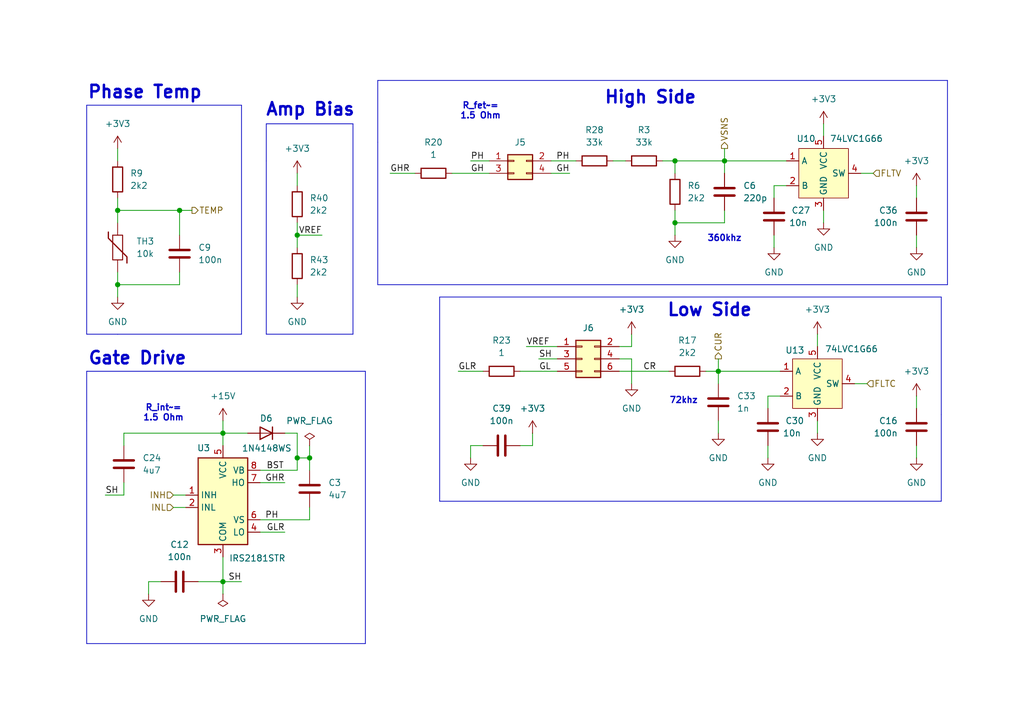
<source format=kicad_sch>
(kicad_sch (version 20250114) (generator "eeschema") (generator_version "9.0")
  (paper "A5")
  (lib_symbols
    (symbol "Connector_Generic:Conn_02x02_Odd_Even" (pin_names (offset 1.016) (hide yes))
      (property "Reference" "J" (at 1.27 2.54 0))
      (property "Value" "Conn_02x02_Odd_Even" (at 1.27 -5.08 0))
      (symbol "Conn_02x02_Odd_Even_1_1"
        (rectangle (start -1.27 1.27) (end 3.81 -3.81) (stroke (width 0.254)) (fill (type background)))
        (rectangle (start -1.27 0.127) (end 0 -0.127) (stroke (width 0.1524)))
        (rectangle (start -1.27 -2.413) (end 0 -2.667) (stroke (width 0.1524)))
        (rectangle (start 3.81 0.127) (end 2.54 -0.127) (stroke (width 0.1524)))
        (rectangle (start 3.81 -2.413) (end 2.54 -2.667) (stroke (width 0.1524)))
        (pin passive line (at -5.08 0 0) (length 3.81) (name "Pin_1") (number "1"))
        (pin passive line (at -5.08 -2.54 0) (length 3.81) (name "Pin_3") (number "3"))
        (pin passive line (at 7.62 0 180) (length 3.81) (name "Pin_2") (number "2"))
        (pin passive line (at 7.62 -2.54 180) (length 3.81) (name "Pin_4") (number "4"))
      )
    )
    (symbol "Connector_Generic:Conn_02x03_Odd_Even" (pin_names (offset 1.016) (hide yes))
      (property "Reference" "J" (at 1.27 5.08 0))
      (property "Value" "Conn_02x03_Odd_Even" (at 1.27 -5.08 0))
      (symbol "Conn_02x03_Odd_Even_1_1"
        (rectangle (start -1.27 3.81) (end 3.81 -3.81) (stroke (width 0.254)) (fill (type background)))
        (rectangle (start -1.27 2.667) (end 0 2.413) (stroke (width 0.1524)))
        (rectangle (start -1.27 0.127) (end 0 -0.127) (stroke (width 0.1524)))
        (rectangle (start -1.27 -2.413) (end 0 -2.667) (stroke (width 0.1524)))
        (rectangle (start 3.81 2.667) (end 2.54 2.413) (stroke (width 0.1524)))
        (rectangle (start 3.81 0.127) (end 2.54 -0.127) (stroke (width 0.1524)))
        (rectangle (start 3.81 -2.413) (end 2.54 -2.667) (stroke (width 0.1524)))
        (pin passive line (at -5.08 2.54 0) (length 3.81) (name "Pin_1") (number "1"))
        (pin passive line (at -5.08 0 0) (length 3.81) (name "Pin_3") (number "3"))
        (pin passive line (at -5.08 -2.54 0) (length 3.81) (name "Pin_5") (number "5"))
        (pin passive line (at 7.62 2.54 180) (length 3.81) (name "Pin_2") (number "2"))
        (pin passive line (at 7.62 0 180) (length 3.81) (name "Pin_4") (number "4"))
        (pin passive line (at 7.62 -2.54 180) (length 3.81) (name "Pin_6") (number "6"))
      )
    )
    (symbol "Device:C" (pin_numbers (hide yes)) (pin_names (offset 0.254))
      (property "Reference" "C" (at 0.635 2.54 0))
      (property "Value" "C" (at 0.635 -2.54 0))
      (symbol "C_0_1"
        (polyline (pts (xy -2.032 0.762) (xy 2.032 0.762)) (stroke (width 0.508)))
        (polyline (pts (xy -2.032 -0.762) (xy 2.032 -0.762)) (stroke (width 0.508)))
      )
      (symbol "C_1_1"
        (pin passive line (at 0 3.81 270) (length 2.794) (name "~") (number "1"))
        (pin passive line (at 0 -3.81 90) (length 2.794) (name "~") (number "2"))
      )
    )
    (symbol "Device:R" (pin_numbers (hide yes)) (pin_names (offset 0))
      (property "Reference" "R" (at 2.032 0 90))
      (property "Value" "R" (at 0 0 90))
      (symbol "R_0_1"
        (rectangle (start -1.016 -2.54) (end 1.016 2.54) (stroke (width 0.254)))
      )
      (symbol "R_1_1"
        (pin passive line (at 0 3.81 270) (length 1.27) (name "~") (number "1"))
        (pin passive line (at 0 -3.81 90) (length 1.27) (name "~") (number "2"))
      )
    )
    (symbol "Device:Thermistor" (pin_numbers (hide yes)) (pin_names (offset 0))
      (property "Reference" "TH" (at 2.54 1.27 90))
      (property "Value" "Thermistor" (at -2.54 0 90))
      (symbol "Thermistor_0_1"
        (polyline (pts (xy -1.905 3.175) (xy -1.905 1.905) (xy 1.905 -1.905) (xy 1.905 -3.175) (xy 1.905 -3.175)) (stroke (width 0.254)))
        (rectangle (start -1.016 2.54) (end 1.016 -2.54) (stroke (width 0.2032)))
      )
      (symbol "Thermistor_1_1"
        (pin passive line (at 0 5.08 270) (length 2.54) (name "~") (number "1"))
        (pin passive line (at 0 -5.08 90) (length 2.54) (name "~") (number "2"))
      )
    )
    (symbol "Diode:1N4148WS" (pin_numbers (hide yes)) (pin_names (hide yes))
      (property "Reference" "D" (at 0 2.54 0))
      (property "Value" "1N4148WS" (at 0 -2.54 0))
      (symbol "1N4148WS_0_1"
        (polyline (pts (xy -1.27 1.27) (xy -1.27 -1.27)) (stroke (width 0.254)))
        (polyline (pts (xy 1.27 1.27) (xy 1.27 -1.27) (xy -1.27 0) (xy 1.27 1.27)) (stroke (width 0.254)))
        (polyline (pts (xy 1.27 0) (xy -1.27 0)))
      )
      (symbol "1N4148WS_1_1"
        (pin passive line (at -3.81 0 0) (length 2.54) (name "K") (number "1"))
        (pin passive line (at 3.81 0 180) (length 2.54) (name "A") (number "2"))
      )
    )
    (symbol "User_Symbols:74LVC1G66"
      (property "Reference" "U" (at -4.064 7.112 0))
      (property "Value" "74LVC1G66" (at 6.604 7.112 0))
      (symbol "74LVC1G66_1_1"
        (rectangle (start -5.08 5.08) (end 5.08 -5.08) (fill (type background)))
        (pin input line (at -7.62 0 0) (length 2.54) (name "SW") (number "4"))
        (pin power_in line (at 0 7.62 270) (length 2.54) (name "VCC") (number "5"))
        (pin power_in line (at 0 -7.62 90) (length 2.54) (name "GND") (number "3"))
        (pin bidirectional line (at 7.62 2.54 180) (length 2.54) (name "A") (number "1"))
        (pin bidirectional line (at 7.62 -2.54 180) (length 2.54) (name "B") (number "2"))
      )
    )
    (symbol "User_Symbols:IRS2181STR"
      (property "Reference" "U" (at 0.762 19.558 0))
      (property "Value" "IRS2181STR" (at 13.208 19.304 0))
      (symbol "IRS2181STR_0_1"
        (rectangle (start 0 17.78) (end 10.16 0) (stroke (width 0.254)) (fill (type background)))
      )
      (symbol "IRS2181STR_1_1"
        (pin input line (at -2.54 10.16 0) (length 2.54) (name "INH") (number "1"))
        (pin input line (at -2.54 7.62 0) (length 2.54) (name "INL") (number "2"))
        (pin power_in line (at 5.08 20.32 270) (length 2.54) (name "VCC") (number "5"))
        (pin power_in line (at 5.08 -2.54 90) (length 2.54) (name "COM") (number "3"))
        (pin power_in line (at 12.7 15.24 180) (length 2.54) (name "VB") (number "8"))
        (pin output line (at 12.7 12.7 180) (length 2.54) (name "HO") (number "7"))
        (pin passive line (at 12.7 5.08 180) (length 2.54) (name "VS") (number "6"))
        (pin output line (at 12.7 2.54 180) (length 2.54) (name "LO") (number "4"))
      )
    )
    (symbol "power:+15V" (power) (pin_numbers (hide yes)) (pin_names (offset 0) (hide yes))
      (property "Value" "+15V" (at 0 3.556 0))
      (symbol "+15V_0_1"
        (polyline (pts (xy -0.762 1.27) (xy 0 2.54)))
        (polyline (pts (xy 0 2.54) (xy 0.762 1.27)))
        (polyline (pts (xy 0 0) (xy 0 2.54)))
      )
      (symbol "+15V_1_1"
        (pin power_in line (at 0 0 90) (length 0) (name "~") (number "1"))
      )
    )
    (symbol "power:+3V3" (power) (pin_numbers (hide yes)) (pin_names (offset 0) (hide yes))
      (property "Value" "+3V3" (at 0 3.556 0))
      (symbol "+3V3_0_1"
        (polyline (pts (xy -0.762 1.27) (xy 0 2.54)))
        (polyline (pts (xy 0 2.54) (xy 0.762 1.27)))
        (polyline (pts (xy 0 0) (xy 0 2.54)))
      )
      (symbol "+3V3_1_1"
        (pin power_in line (at 0 0 90) (length 0) (name "~") (number "1"))
      )
    )
    (symbol "power:GND" (power) (pin_numbers (hide yes)) (pin_names (offset 0) (hide yes))
      (property "Value" "GND" (at 0 -3.81 0))
      (symbol "GND_0_1"
        (polyline (pts (xy 0 0) (xy 0 -1.27) (xy 1.27 -1.27) (xy 0 -2.54) (xy -1.27 -1.27) (xy 0 -1.27)))
      )
      (symbol "GND_1_1"
        (pin power_in line (at 0 0 270) (length 0) (name "~") (number "1"))
      )
    )
    (symbol "power:PWR_FLAG" (power) (pin_numbers (hide yes)) (pin_names (offset 0) (hide yes))
      (property "Value" "PWR_FLAG" (at 0 3.81 0))
      (symbol "PWR_FLAG_0_0"
        (pin power_out line (at 0 0 90) (length 0) (name "~") (number "1"))
      )
      (symbol "PWR_FLAG_0_1"
        (polyline (pts (xy 0 0) (xy 0 1.27) (xy -1.016 1.905) (xy 0 2.54) (xy 1.016 1.905) (xy 0 1.27)))
      )
    )
  )
  (text "Low Side" (at 145.542 63.754 0) (effects (font (size 2.54 2.54) (thickness 0.508) (bold yes))))
  (text "R_fet~=\n1.5 Ohm" (at 98.552 22.86 0) (effects (font (size 1.27 1.27) (thickness 0.254) (bold yes))))
  (text "Amp Bias" (at 63.6511 22.6017 0) (effects (font (size 2.54 2.54) (thickness 0.508) (bold yes))))
  (text "R_int~=\n1.5 Ohm" (at 33.528 84.836 0) (effects (font (size 1.27 1.27) (thickness 0.254) (bold yes))))
  (text "Gate Drive" (at 28.194 73.66 0) (effects (font (size 2.54 2.54) (thickness 0.508) (bold yes))))
  (text "Phase Temp" (at 29.718 19.05 0) (effects (font (size 2.54 2.54) (thickness 0.508) (bold yes))))
  (text "72khz" (at 140.208 82.296 0) (effects (font (size 1.27 1.27) (thickness 0.254) (bold yes))))
  (text "360khz" (at 148.59 49.022 0) (effects (font (size 1.27 1.27) (thickness 0.254) (bold yes))))
  (text "High Side" (at 133.4024 20.112 0) (effects (font (size 2.54 2.54) (thickness 0.508) (bold yes))))
  (junction (at 138.43 33.02))
  (junction (at 45.72 119.38))
  (junction (at 60.96 48.26))
  (junction (at 60.96 93.98))
  (junction (at 36.83 43.18))
  (junction (at 148.59 33.02))
  (junction (at 24.13 43.18))
  (junction (at 24.13 58.42))
  (junction (at 147.32 76.2))
  (junction (at 138.43 45.72))
  (junction (at 45.72 88.9))
  (junction (at 63.5 93.98))
  (wire (pts (xy 113.03 35.56) (xy 116.84 35.56)))
  (wire (pts (xy 158.75 38.1) (xy 158.75 40.64)))
  (polyline (pts (xy 54.61 68.58) (xy 72.39 68.58)))
  (wire (pts (xy 60.96 96.52) (xy 53.34 96.52)))
  (wire (pts (xy 60.96 48.26) (xy 66.04 48.26)))
  (wire (pts (xy 30.48 119.38) (xy 33.02 119.38)))
  (wire (pts (xy 63.5 106.68) (xy 63.5 104.14)))
  (wire (pts (xy 187.96 91.44) (xy 187.96 93.98)))
  (wire (pts (xy 129.54 71.12) (xy 127 71.12)))
  (wire (pts (xy 107.95 71.12) (xy 114.3 71.12)))
  (wire (pts (xy 35.56 104.14) (xy 38.1 104.14)))
  (wire (pts (xy 58.42 88.9) (xy 60.96 88.9)))
  (polyline (pts (xy 194.31 58.42) (xy 194.31 16.51)))
  (wire (pts (xy 106.68 91.44) (xy 109.22 91.44)))
  (polyline (pts (xy 49.53 21.59) (xy 49.53 68.58)))
  (wire (pts (xy 45.72 119.38) (xy 49.53 119.38)))
  (wire (pts (xy 45.72 88.9) (xy 25.4 88.9)))
  (wire (pts (xy 138.43 45.72) (xy 148.59 45.72)))
  (wire (pts (xy 113.03 33.02) (xy 118.11 33.02)))
  (wire (pts (xy 60.96 35.56) (xy 60.96 38.1)))
  (wire (pts (xy 148.59 33.02) (xy 161.29 33.02)))
  (wire (pts (xy 60.96 93.98) (xy 63.5 93.98)))
  (wire (pts (xy 21.59 101.6) (xy 25.4 101.6)))
  (wire (pts (xy 100.33 35.56) (xy 92.71 35.56)))
  (wire (pts (xy 60.96 93.98) (xy 60.96 96.52)))
  (wire (pts (xy 24.13 58.42) (xy 24.13 60.96)))
  (wire (pts (xy 138.43 33.02) (xy 135.89 33.02)))
  (wire (pts (xy 53.34 106.68) (xy 63.5 106.68)))
  (wire (pts (xy 85.09 35.56) (xy 80.01 35.56)))
  (wire (pts (xy 148.59 43.18) (xy 148.59 45.72)))
  (polyline (pts (xy 90.17 60.96) (xy 193.04 60.96)))
  (wire (pts (xy 167.64 86.36) (xy 167.64 88.9)))
  (wire (pts (xy 109.22 88.9) (xy 109.22 91.44)))
  (wire (pts (xy 45.72 119.38) (xy 45.72 121.92)))
  (polyline (pts (xy 17.78 76.2) (xy 17.78 86.36)))
  (wire (pts (xy 168.91 43.18) (xy 168.91 45.72)))
  (polyline (pts (xy 77.47 58.42) (xy 194.31 58.42)))
  (wire (pts (xy 36.83 43.18) (xy 39.37 43.18)))
  (wire (pts (xy 167.64 68.58) (xy 167.64 71.12)))
  (polyline (pts (xy 193.04 60.96) (xy 193.04 85.09)))
  (wire (pts (xy 24.13 40.64) (xy 24.13 43.18)))
  (wire (pts (xy 25.4 88.9) (xy 25.4 91.44)))
  (wire (pts (xy 187.96 38.1) (xy 187.96 40.64)))
  (polyline (pts (xy 194.31 16.51) (xy 77.47 16.51)))
  (wire (pts (xy 63.5 96.52) (xy 63.5 93.98)))
  (wire (pts (xy 60.96 45.72) (xy 60.96 48.26)))
  (wire (pts (xy 25.4 99.06) (xy 25.4 101.6)))
  (wire (pts (xy 24.13 55.88) (xy 24.13 58.42)))
  (wire (pts (xy 36.83 43.18) (xy 36.83 48.26)))
  (wire (pts (xy 127 76.2) (xy 137.16 76.2)))
  (wire (pts (xy 129.54 68.58) (xy 129.54 71.12)))
  (polyline (pts (xy 17.78 68.58) (xy 17.78 21.59)))
  (wire (pts (xy 147.32 76.2) (xy 144.78 76.2)))
  (wire (pts (xy 35.56 101.6) (xy 38.1 101.6)))
  (wire (pts (xy 187.96 48.26) (xy 187.96 50.8)))
  (polyline (pts (xy 24.13 68.58) (xy 49.53 68.58)))
  (wire (pts (xy 96.52 91.44) (xy 96.52 93.98)))
  (polyline (pts (xy 72.39 25.4) (xy 54.61 25.4)))
  (wire (pts (xy 147.32 73.66) (xy 147.32 76.2)))
  (wire (pts (xy 138.43 33.02) (xy 138.43 35.56)))
  (wire (pts (xy 24.13 43.18) (xy 36.83 43.18)))
  (wire (pts (xy 157.48 83.82) (xy 157.48 81.28)))
  (polyline (pts (xy 72.39 68.58) (xy 72.39 25.4)))
  (wire (pts (xy 147.32 86.36) (xy 147.32 88.9)))
  (polyline (pts (xy 24.13 68.58) (xy 17.78 68.58)))
  (polyline (pts (xy 77.47 16.51) (xy 77.47 29.21)))
  (polyline (pts (xy 54.61 25.4) (xy 54.61 33.02)))
  (wire (pts (xy 36.83 58.42) (xy 36.83 55.88)))
  (polyline (pts (xy 17.78 86.36) (xy 17.78 132.08)))
  (wire (pts (xy 148.59 30.48) (xy 148.59 33.02)))
  (wire (pts (xy 114.3 73.66) (xy 110.49 73.66)))
  (polyline (pts (xy 193.04 102.87) (xy 90.17 102.87)))
  (wire (pts (xy 148.59 33.02) (xy 148.59 35.56)))
  (wire (pts (xy 40.64 119.38) (xy 45.72 119.38)))
  (wire (pts (xy 161.29 38.1) (xy 158.75 38.1)))
  (wire (pts (xy 114.3 76.2) (xy 106.68 76.2)))
  (wire (pts (xy 129.54 78.74) (xy 129.54 73.66)))
  (wire (pts (xy 129.54 73.66) (xy 127 73.66)))
  (wire (pts (xy 138.43 33.02) (xy 148.59 33.02)))
  (wire (pts (xy 138.43 43.18) (xy 138.43 45.72)))
  (wire (pts (xy 179.07 35.56) (xy 176.53 35.56)))
  (wire (pts (xy 30.48 121.92) (xy 30.48 119.38)))
  (polyline (pts (xy 77.47 29.21) (xy 77.47 58.42)))
  (wire (pts (xy 24.13 58.42) (xy 36.83 58.42)))
  (wire (pts (xy 157.48 91.44) (xy 157.48 93.98)))
  (wire (pts (xy 177.8 78.74) (xy 175.26 78.74)))
  (polyline (pts (xy 54.61 33.02) (xy 54.61 68.58)))
  (wire (pts (xy 99.06 76.2) (xy 93.98 76.2)))
  (polyline (pts (xy 74.93 76.2) (xy 17.78 76.2)))
  (wire (pts (xy 53.34 99.06) (xy 58.42 99.06)))
  (wire (pts (xy 45.72 114.3) (xy 45.72 119.38)))
  (wire (pts (xy 157.48 81.28) (xy 160.02 81.28)))
  (wire (pts (xy 45.72 86.36) (xy 45.72 88.9)))
  (polyline (pts (xy 90.17 102.87) (xy 90.17 60.96)))
  (wire (pts (xy 138.43 45.72) (xy 138.43 48.26)))
  (wire (pts (xy 96.52 91.44) (xy 99.06 91.44)))
  (wire (pts (xy 147.32 76.2) (xy 160.02 76.2)))
  (wire (pts (xy 60.96 88.9) (xy 60.96 93.98)))
  (wire (pts (xy 60.96 58.42) (xy 60.96 60.96)))
  (wire (pts (xy 45.72 88.9) (xy 45.72 91.44)))
  (wire (pts (xy 125.73 33.02) (xy 128.27 33.02)))
  (polyline (pts (xy 74.93 132.08) (xy 74.93 76.2)))
  (wire (pts (xy 45.72 88.9) (xy 50.8 88.9)))
  (wire (pts (xy 158.75 48.26) (xy 158.75 50.8)))
  (polyline (pts (xy 193.04 85.09) (xy 193.04 102.87)))
  (wire (pts (xy 60.96 48.26) (xy 60.96 50.8)))
  (wire (pts (xy 147.32 78.74) (xy 147.32 76.2)))
  (wire (pts (xy 187.96 81.28) (xy 187.96 83.82)))
  (wire (pts (xy 168.91 25.4) (xy 168.91 27.94)))
  (wire (pts (xy 24.13 33.02) (xy 24.13 30.48)))
  (wire (pts (xy 100.33 33.02) (xy 96.52 33.02)))
  (wire (pts (xy 53.34 109.22) (xy 58.42 109.22)))
  (wire (pts (xy 63.5 91.44) (xy 63.5 93.98)))
  (wire (pts (xy 24.13 43.18) (xy 24.13 45.72)))
  (polyline (pts (xy 17.78 21.59) (xy 49.53 21.59)))
  (polyline (pts (xy 17.78 132.08) (xy 74.93 132.08)))
  (label "VREF" (at 66.04 48.26 180))
  (label "PH" (at 116.84 33.02 180))
  (label "GHR" (at 80.01 35.56 0))
  (label "GLR" (at 58.42 109.22 180))
  (label "GLR" (at 93.98 76.2 0))
  (label "PH" (at 96.52 33.02 0))
  (label "GH" (at 116.84 35.56 180))
  (label "CR" (at 134.62 76.2 180))
  (label "SH" (at 110.49 73.66 0))
  (label "GHR" (at 58.42 99.06 180))
  (label "VREF" (at 107.95 71.12 0))
  (label "BST" (at 54.61 96.52 0))
  (label "SH" (at 49.53 119.38 180))
  (label "GL" (at 113.03 76.2 180))
  (label "SH" (at 21.59 101.6 0))
  (label "PH" (at 57.15 106.68 180))
  (label "GH" (at 96.52 35.56 0))
  (hierarchical_label "FLTV" (shape input) (at 179.07 35.56 0))
  (hierarchical_label "INH" (shape input) (at 35.56 101.6 180))
  (hierarchical_label "VSNS" (shape output) (at 148.59 30.48 90))
  (hierarchical_label "INL" (shape input) (at 35.56 104.14 180))
  (hierarchical_label "FLTC" (shape input) (at 177.8 78.74 0))
  (hierarchical_label "TEMP" (shape output) (at 39.37 43.18 0))
  (hierarchical_label "CUR" (shape output) (at 147.32 73.66 90))
  (symbol (lib_id "power:+3V3") (at 187.96 81.28 0) (mirror y) (unit 1)
    (property "Reference" "#PWR059" (effects (hide yes)))
    (property "Value" "+3V3" (at 187.96 76.2 0))
    (property "Description" "Power symbol creates a global label with name \"+3V3\"" (effects (hide yes)))
    (instances (project "logic" (path "" (reference "#PWR061") (unit 1)) (path "" (reference "#PWR060") (unit 1)) (path "" (reference "#PWR059") (unit 1))))
  )
  (symbol (lib_id "Connector_Generic:Conn_02x02_Odd_Even") (at 105.41 33.02 0) (unit 1)
    (property "Reference" "J1" (at 106.68 29.21 0))
    (property "Value" "Conn_02x02_Odd_Even" (effects (hide yes)))
    (property "Footprint" "Connector_PinSocket_1.27mm:PinSocket_2x02_P1.27mm_Vertical_SMD" (effects (hide yes)))
    (property "Description" "Generic connector, double row, 02x02, odd/even pin numbering scheme (row 1 odd numbers, row 2 even numbers), script generated (kicad-library-utils/schlib/autogen/connector/)" (effects (hide yes)))
    (property "LCSC" "C30607465" (effects (hide yes)))
    (instances (project "logic" (path "" (reference "J5") (unit 1)) (path "" (reference "J3") (unit 1)) (path "" (reference "J1") (unit 1))))
  )
  (symbol (lib_id "Device:R") (at 138.43 39.37 0) (unit 1)
    (property "Reference" "R4" (at 140.97 38.0999 0) (effects (justify left)))
    (property "Value" "2k2" (at 140.97 40.6399 0) (effects (justify left)))
    (property "Footprint" "Resistor_SMD:R_0402_1005Metric" (effects (hide yes)))
    (property "Description" "Resistor" (effects (hide yes)))
    (property "LCSC" "C25879" (effects (hide yes)))
    (instances (project "logic" (path "" (reference "R6") (unit 1)) (path "" (reference "R5") (unit 1)) (path "" (reference "R4") (unit 1))))
  )
  (symbol (lib_id "Device:C") (at 148.59 39.37 0) (unit 1)
    (property "Reference" "C4" (at 152.4 38.0999 0) (effects (justify left)))
    (property "Value" "220p" (at 152.4 40.6399 0) (effects (justify left)))
    (property "Footprint" "Capacitor_SMD:C_0402_1005Metric" (effects (hide yes)))
    (property "Description" "Unpolarized capacitor" (effects (hide yes)))
    (property "LCSC" "C1530" (effects (hide yes)))
    (instances (project "" (path "" (reference "C6") (unit 1)) (path "" (reference "C5") (unit 1)) (path "" (reference "C4") (unit 1))))
  )
  (symbol (lib_id "Device:C") (at 102.87 91.44 90) (unit 1)
    (property "Reference" "C37" (at 102.87 83.82 90))
    (property "Value" "100n" (at 102.87 86.36 90))
    (property "Footprint" "Capacitor_SMD:C_0402_1005Metric" (effects (hide yes)))
    (property "Description" "Unpolarized capacitor" (effects (hide yes)))
    (property "LCSC" "C307331" (effects (hide yes)))
    (instances (project "logic" (path "" (reference "C39") (unit 1)) (path "" (reference "C38") (unit 1)) (path "" (reference "C37") (unit 1))))
  )
  (symbol (lib_id "power:PWR_FLAG") (at 63.5 91.44 0) (unit 1)
    (property "Reference" "#FLG05" (effects (hide yes)))
    (property "Value" "PWR_FLAG" (at 63.5 86.36 0))
    (property "Description" "Special symbol for telling ERC where power comes from" (effects (hide yes)))
    (instances (project "" (path "" (reference "#FLG07") (unit 1)) (path "" (reference "#FLG06") (unit 1)) (path "" (reference "#FLG05") (unit 1))))
  )
  (symbol (lib_id "Device:C") (at 25.4 95.25 0) (unit 1)
    (property "Reference" "C22" (at 29.21 93.9799 0) (effects (justify left)))
    (property "Value" "4u7" (at 29.21 96.5199 0) (effects (justify left)))
    (property "Footprint" "Capacitor_SMD:C_0805_2012Metric" (effects (hide yes)))
    (property "Description" "Unpolarized capacitor" (effects (hide yes)))
    (property "LCSC" "C33546011" (effects (hide yes)))
    (instances (project "logic" (path "" (reference "C24") (unit 1)) (path "" (reference "C23") (unit 1)) (path "" (reference "C22") (unit 1))))
  )
  (symbol (lib_id "User_Symbols:74LVC1G66") (at 167.64 78.74 0) (mirror y) (unit 1)
    (property "Reference" "U11" (at 161.036 71.882 0) (effects (justify right)))
    (property "Value" "74LVC1G66" (at 169.164 71.628 0) (effects (justify right)))
    (property "Footprint" "Package_TO_SOT_SMD:SOT-23-5" (effects (hide yes)))
    (property "Datasheet" "https://www.lcsc.com/datasheet/C46553572.pdf" (effects (hide yes)))
    (property "Description" "Single Bilateral Analog Switch 1.65V-5.5V" (effects (hide yes)))
    (property "LCSC" "C46553572" (effects (hide yes)))
    (instances (project "logic" (path "" (reference "U13") (unit 1)) (path "" (reference "U12") (unit 1)) (path "" (reference "U11") (unit 1))))
  )
  (symbol (lib_id "power:GND") (at 168.91 45.72 0) (mirror y) (unit 1)
    (property "Reference" "#PWR039" (effects (hide yes)))
    (property "Value" "GND" (at 168.91 50.8 0))
    (property "Description" "Power symbol creates a global label with name \"GND\" , ground" (effects (hide yes)))
    (instances (project "" (path "" (reference "#PWR041") (unit 1)) (path "" (reference "#PWR040") (unit 1)) (path "" (reference "#PWR039") (unit 1))))
  )
  (symbol (lib_id "Device:R") (at 132.08 33.02 90) (unit 1)
    (property "Reference" "R1" (at 132.08 26.67 90))
    (property "Value" "33k" (at 132.08 29.21 90))
    (property "Footprint" "Resistor_SMD:R_0402_1005Metric" (effects (hide yes)))
    (property "Description" "Resistor" (effects (hide yes)))
    (property "LCSC" "C25779" (effects (hide yes)))
    (instances (project "logic" (path "" (reference "R3") (unit 1)) (path "" (reference "R2") (unit 1)) (path "" (reference "R1") (unit 1))))
  )
  (symbol (lib_id "Connector_Generic:Conn_02x03_Odd_Even") (at 119.38 73.66 0) (unit 1)
    (property "Reference" "J2" (at 120.65 67.31 0))
    (property "Value" "Conn_02x03_Odd_Even" (effects (hide yes)))
    (property "Footprint" "Connector_PinSocket_1.27mm:PinSocket_2x03_P1.27mm_Vertical_SMD" (effects (hide yes)))
    (property "Description" "Generic connector, double row, 02x03, odd/even pin numbering scheme (row 1 odd numbers, row 2 even numbers), script generated (kicad-library-utils/schlib/autogen/connector/)" (effects (hide yes)))
    (property "LCSC" "C32713074" (effects (hide yes)))
    (instances (project "logic" (path "" (reference "J6") (unit 1)) (path "" (reference "J4") (unit 1)) (path "" (reference "J2") (unit 1))))
  )
  (symbol (lib_id "Diode:1N4148WS") (at 54.61 88.9 180) (unit 1)
    (property "Reference" "D4" (at 54.61 85.852 0))
    (property "Value" "1N4148WS" (at 54.7075 91.9889 0))
    (property "Footprint" "Diode_SMD:D_SOD-323" (effects (hide yes)))
    (property "Datasheet" "https://www.vishay.com/docs/85751/1n4148ws.pdf" (effects (hide yes)))
    (property "Description" "75V 0.15A Fast switching Diode, SOD-323" (effects (hide yes)))
    (property "Sim.Device" "D" (effects (hide yes)))
    (property "Sim.Pins" "1=K 2=A" (effects (hide yes)))
    (property "LCSC" "C2128" (effects (hide yes)))
    (instances (project "" (path "" (reference "D6") (unit 1)) (path "" (reference "D5") (unit 1)) (path "" (reference "D4") (unit 1))))
  )
  (symbol (lib_id "Device:R") (at 102.87 76.2 270) (mirror x) (unit 1)
    (property "Reference" "R21" (at 102.87 69.85 90))
    (property "Value" "1" (at 102.87 72.39 90))
    (property "Footprint" "Resistor_SMD:R_0603_1608Metric" (effects (hide yes)))
    (property "Description" "Resistor" (effects (hide yes)))
    (property "LCSC" "C22936" (effects (hide yes)))
    (instances (project "logic" (path "" (reference "R23") (unit 1)) (path "" (reference "R22") (unit 1)) (path "" (reference "R21") (unit 1))))
  )
  (symbol (lib_id "power:GND") (at 60.96 60.96 0) (mirror y) (unit 1)
    (property "Reference" "#PWR098" (effects (hide yes)))
    (property "Value" "GND" (at 60.96 66.04 0))
    (property "Description" "Power symbol creates a global label with name \"GND\" , ground" (effects (hide yes)))
    (instances (project "logic" (path "" (reference "#PWR0101") (unit 1)) (path "" (reference "#PWR0100") (unit 1)) (path "" (reference "#PWR098") (unit 1))))
  )
  (symbol (lib_id "power:+15V") (at 45.72 86.36 0) (unit 1)
    (property "Reference" "#PWR010" (effects (hide yes)))
    (property "Value" "+15V" (at 45.72 81.28 0))
    (property "Description" "Power symbol creates a global label with name \"+15V\"" (effects (hide yes)))
    (instances (project "" (path "" (reference "#PWR012") (unit 1)) (path "" (reference "#PWR011") (unit 1)) (path "" (reference "#PWR010") (unit 1))))
  )
  (symbol (lib_id "power:+3V3") (at 24.13 30.48 0) (unit 1)
    (property "Reference" "#PWR016" (effects (hide yes)))
    (property "Value" "+3V3" (at 24.13 25.4 0))
    (property "Description" "Power symbol creates a global label with name \"+3V3\"" (effects (hide yes)))
    (instances (project "logic" (path "" (reference "#PWR018") (unit 1)) (path "" (reference "#PWR017") (unit 1)) (path "" (reference "#PWR016") (unit 1))))
  )
  (symbol (lib_id "power:GND") (at 30.48 121.92 0) (unit 1)
    (property "Reference" "#PWR019" (effects (hide yes)))
    (property "Value" "GND" (at 30.48 127 0))
    (property "Description" "Power symbol creates a global label with name \"GND\" , ground" (effects (hide yes)))
    (instances (project "logic" (path "" (reference "#PWR021") (unit 1)) (path "" (reference "#PWR020") (unit 1)) (path "" (reference "#PWR019") (unit 1))))
  )
  (symbol (lib_id "power:GND") (at 24.13 60.96 0) (unit 1)
    (property "Reference" "#PWR07" (effects (hide yes)))
    (property "Value" "GND" (at 24.13 66.04 0))
    (property "Description" "Power symbol creates a global label with name \"GND\" , ground" (effects (hide yes)))
    (instances (project "logic" (path "" (reference "#PWR09") (unit 1)) (path "" (reference "#PWR08") (unit 1)) (path "" (reference "#PWR07") (unit 1))))
  )
  (symbol (lib_id "power:GND") (at 158.75 50.8 0) (mirror y) (unit 1)
    (property "Reference" "#PWR053" (effects (hide yes)))
    (property "Value" "GND" (at 158.75 55.88 0))
    (property "Description" "Power symbol creates a global label with name \"GND\" , ground" (effects (hide yes)))
    (instances (project "logic" (path "" (reference "#PWR055") (unit 1)) (path "" (reference "#PWR054") (unit 1)) (path "" (reference "#PWR053") (unit 1))))
  )
  (symbol (lib_id "Device:C") (at 63.5 100.33 0) (unit 1)
    (property "Reference" "C1" (at 67.31 99.0599 0) (effects (justify left)))
    (property "Value" "4u7" (at 67.31 101.5999 0) (effects (justify left)))
    (property "Footprint" "Capacitor_SMD:C_1206_3216Metric" (effects (hide yes)))
    (property "Description" "Unpolarized capacitor" (effects (hide yes)))
    (property "LCSC" "C29823" (effects (hide yes)))
    (instances (project "" (path "" (reference "C3") (unit 1)) (path "" (reference "C2") (unit 1)) (path "" (reference "C1") (unit 1))))
  )
  (symbol (lib_id "Device:R") (at 88.9 35.56 270) (mirror x) (unit 1)
    (property "Reference" "R18" (at 88.9 29.21 90))
    (property "Value" "1" (at 88.9 31.75 90))
    (property "Footprint" "Resistor_SMD:R_0603_1608Metric" (effects (hide yes)))
    (property "Description" "Resistor" (effects (hide yes)))
    (property "LCSC" "C22936" (effects (hide yes)))
    (instances (project "logic" (path "" (reference "R20") (unit 1)) (path "" (reference "R19") (unit 1)) (path "" (reference "R18") (unit 1))))
  )
  (symbol (lib_id "power:GND") (at 96.52 93.98 0) (mirror y) (unit 1)
    (property "Reference" "#PWR072" (effects (hide yes)))
    (property "Value" "GND" (at 96.52 99.06 0))
    (property "Description" "Power symbol creates a global label with name \"GND\" , ground" (effects (hide yes)))
    (instances (project "logic" (path "" (reference "#PWR076") (unit 1)) (path "" (reference "#PWR074") (unit 1)) (path "" (reference "#PWR072") (unit 1))))
  )
  (symbol (lib_id "Device:R") (at 140.97 76.2 90) (unit 1)
    (property "Reference" "R15" (at 140.97 69.85 90))
    (property "Value" "2k2" (at 140.97 72.39 90))
    (property "Footprint" "Resistor_SMD:R_0402_1005Metric" (effects (hide yes)))
    (property "Description" "Resistor" (effects (hide yes)))
    (property "LCSC" "C25879" (effects (hide yes)))
    (instances (project "logic" (path "" (reference "R17") (unit 1)) (path "" (reference "R16") (unit 1)) (path "" (reference "R15") (unit 1))))
  )
  (symbol (lib_id "power:+3V3") (at 60.96 35.56 0) (mirror y) (unit 1)
    (property "Reference" "#PWR0102" (effects (hide yes)))
    (property "Value" "+3V3" (at 60.96 30.48 0))
    (property "Description" "Power symbol creates a global label with name \"+3V3\"" (effects (hide yes)))
    (instances (project "logic" (path "" (reference "#PWR0104") (unit 1)) (path "" (reference "#PWR0103") (unit 1)) (path "" (reference "#PWR0102") (unit 1))))
  )
  (symbol (lib_id "Device:C") (at 187.96 87.63 0) (mirror y) (unit 1)
    (property "Reference" "C14" (at 184.15 86.3599 0) (effects (justify left)))
    (property "Value" "100n" (at 184.15 88.8999 0) (effects (justify left)))
    (property "Footprint" "Capacitor_SMD:C_0402_1005Metric" (effects (hide yes)))
    (property "Description" "Unpolarized capacitor" (effects (hide yes)))
    (property "LCSC" "C307331" (effects (hide yes)))
    (instances (project "logic" (path "" (reference "C16") (unit 1)) (path "" (reference "C15") (unit 1)) (path "" (reference "C14") (unit 1))))
  )
  (symbol (lib_id "Device:C") (at 187.96 44.45 0) (mirror y) (unit 1)
    (property "Reference" "C34" (at 184.15 43.1799 0) (effects (justify left)))
    (property "Value" "100n" (at 184.15 45.7199 0) (effects (justify left)))
    (property "Footprint" "Capacitor_SMD:C_0402_1005Metric" (effects (hide yes)))
    (property "Description" "Unpolarized capacitor" (effects (hide yes)))
    (property "LCSC" "C307331" (effects (hide yes)))
    (instances (project "logic" (path "" (reference "C36") (unit 1)) (path "" (reference "C35") (unit 1)) (path "" (reference "C34") (unit 1))))
  )
  (symbol (lib_id "power:GND") (at 147.32 88.9 0) (mirror y) (unit 1)
    (property "Reference" "#PWR056" (effects (hide yes)))
    (property "Value" "GND" (at 147.32 93.98 0))
    (property "Description" "Power symbol creates a global label with name \"GND\" , ground" (effects (hide yes)))
    (instances (project "logic" (path "" (reference "#PWR058") (unit 1)) (path "" (reference "#PWR057") (unit 1)) (path "" (reference "#PWR056") (unit 1))))
  )
  (symbol (lib_id "power:+3V3") (at 168.91 25.4 0) (mirror y) (unit 1)
    (property "Reference" "#PWR042" (effects (hide yes)))
    (property "Value" "+3V3" (at 168.91 20.32 0))
    (property "Description" "Power symbol creates a global label with name \"+3V3\"" (effects (hide yes)))
    (instances (project "" (path "" (reference "#PWR044") (unit 1)) (path "" (reference "#PWR043") (unit 1)) (path "" (reference "#PWR042") (unit 1))))
  )
  (symbol (lib_id "power:GND") (at 157.48 93.98 0) (mirror y) (unit 1)
    (property "Reference" "#PWR013" (effects (hide yes)))
    (property "Value" "GND" (at 157.48 99.06 0))
    (property "Description" "Power symbol creates a global label with name \"GND\" , ground" (effects (hide yes)))
    (instances (project "logic" (path "" (reference "#PWR015") (unit 1)) (path "" (reference "#PWR014") (unit 1)) (path "" (reference "#PWR013") (unit 1))))
  )
  (symbol (lib_id "power:GND") (at 187.96 50.8 0) (mirror y) (unit 1)
    (property "Reference" "#PWR066" (effects (hide yes)))
    (property "Value" "GND" (at 187.96 55.88 0))
    (property "Description" "Power symbol creates a global label with name \"GND\" , ground" (effects (hide yes)))
    (instances (project "logic" (path "" (reference "#PWR070") (unit 1)) (path "" (reference "#PWR068") (unit 1)) (path "" (reference "#PWR066") (unit 1))))
  )
  (symbol (lib_id "Device:R") (at 60.96 41.91 0) (unit 1)
    (property "Reference" "R37" (at 63.5 40.6399 0) (effects (justify left)))
    (property "Value" "2k2" (at 63.5 43.1799 0) (effects (justify left)))
    (property "Footprint" "Resistor_SMD:R_0402_1005Metric" (effects (hide yes)))
    (property "Description" "Resistor" (effects (hide yes)))
    (property "LCSC" "C25879" (effects (hide yes)))
    (instances (project "logic" (path "" (reference "R40") (unit 1)) (path "" (reference "R38") (unit 1)) (path "" (reference "R37") (unit 1))))
  )
  (symbol (lib_id "Device:R") (at 24.13 36.83 0) (unit 1)
    (property "Reference" "R7" (at 26.67 35.5599 0) (effects (justify left)))
    (property "Value" "2k2" (at 26.67 38.0999 0) (effects (justify left)))
    (property "Footprint" "Resistor_SMD:R_0402_1005Metric" (effects (hide yes)))
    (property "Description" "Resistor" (effects (hide yes)))
    (property "LCSC" "C25879" (effects (hide yes)))
    (instances (project "" (path "" (reference "R9") (unit 1)) (path "" (reference "R8") (unit 1)) (path "" (reference "R7") (unit 1))))
  )
  (symbol (lib_id "Device:R") (at 121.92 33.02 90) (unit 1)
    (property "Reference" "R26" (at 121.92 26.67 90))
    (property "Value" "33k" (at 121.92 29.21 90))
    (property "Footprint" "Resistor_SMD:R_0402_1005Metric" (effects (hide yes)))
    (property "Description" "Resistor" (effects (hide yes)))
    (property "LCSC" "C25779" (effects (hide yes)))
    (instances (project "" (path "" (reference "R28") (unit 1)) (path "" (reference "R27") (unit 1)) (path "" (reference "R26") (unit 1))))
  )
  (symbol (lib_id "Device:R") (at 60.96 54.61 0) (unit 1)
    (property "Reference" "R41" (at 63.5 53.3399 0) (effects (justify left)))
    (property "Value" "2k2" (at 63.5 55.8799 0) (effects (justify left)))
    (property "Footprint" "Resistor_SMD:R_0402_1005Metric" (effects (hide yes)))
    (property "Description" "Resistor" (effects (hide yes)))
    (property "LCSC" "C25879" (effects (hide yes)))
    (instances (project "logic" (path "" (reference "R43") (unit 1)) (path "" (reference "R42") (unit 1)) (path "" (reference "R41") (unit 1))))
  )
  (symbol (lib_id "Device:C") (at 157.48 87.63 0) (unit 1)
    (property "Reference" "C28" (at 161.036 86.36 0) (effects (justify left)))
    (property "Value" "10n" (at 160.528 88.9 0) (effects (justify left)))
    (property "Footprint" "Capacitor_SMD:C_0402_1005Metric" (effects (hide yes)))
    (property "Description" "Unpolarized capacitor" (effects (hide yes)))
    (property "LCSC" "C15195" (effects (hide yes)))
    (instances (project "logic" (path "" (reference "C30") (unit 1)) (path "" (reference "C29") (unit 1)) (path "" (reference "C28") (unit 1))))
  )
  (symbol (lib_id "Device:C") (at 158.75 44.45 0) (unit 1)
    (property "Reference" "C25" (at 162.306 43.18 0) (effects (justify left)))
    (property "Value" "10n" (at 161.798 45.72 0) (effects (justify left)))
    (property "Footprint" "Capacitor_SMD:C_0402_1005Metric" (effects (hide yes)))
    (property "Description" "Unpolarized capacitor" (effects (hide yes)))
    (property "LCSC" "C15195" (effects (hide yes)))
    (instances (project "" (path "" (reference "C27") (unit 1)) (path "" (reference "C26") (unit 1)) (path "" (reference "C25") (unit 1))))
  )
  (symbol (lib_id "power:GND") (at 167.64 88.9 0) (mirror y) (unit 1)
    (property "Reference" "#PWR046" (effects (hide yes)))
    (property "Value" "GND" (at 167.64 93.98 0))
    (property "Description" "Power symbol creates a global label with name \"GND\" , ground" (effects (hide yes)))
    (instances (project "logic" (path "" (reference "#PWR050") (unit 1)) (path "" (reference "#PWR048") (unit 1)) (path "" (reference "#PWR046") (unit 1))))
  )
  (symbol (lib_id "User_Symbols:IRS2181STR") (at 40.64 111.76 0) (unit 1)
    (property "Reference" "U1" (at 40.386 91.948 0) (effects (justify left)))
    (property "Value" "IRS2181STR" (at 46.99 114.554 0) (effects (justify left)))
    (property "Footprint" "Package_SO:JEITA_SOIC-8_3.9x4.9mm_P1.27mm" (effects (hide yes)))
    (property "Datasheet" "https://jlcpcb.com/api/file/downloadByFileSystemAccessId/8590921132176453632" (effects (hide yes)))
    (property "Description" "700V 4A Half Bridge MOSFET/IGBT Gate Driver" (effects (hide yes)))
    (property "LCSC" "C20623180" (effects (hide yes)))
    (instances (project "" (path "" (reference "U3") (unit 1)) (path "" (reference "U2") (unit 1)) (path "" (reference "U1") (unit 1))))
  )
  (symbol (lib_id "power:PWR_FLAG") (at 45.72 121.92 180) (unit 1)
    (property "Reference" "#FLG08" (effects (hide yes)))
    (property "Value" "PWR_FLAG" (at 45.72 127 0))
    (property "Description" "Special symbol for telling ERC where power comes from" (effects (hide yes)))
    (instances (project "logic" (path "" (reference "#FLG010") (unit 1)) (path "" (reference "#FLG09") (unit 1)) (path "" (reference "#FLG08") (unit 1))))
  )
  (symbol (lib_id "power:GND") (at 138.43 48.26 0) (mirror y) (unit 1)
    (property "Reference" "#PWR024" (effects (hide yes)))
    (property "Value" "GND" (at 138.43 53.34 0))
    (property "Description" "Power symbol creates a global label with name \"GND\" , ground" (effects (hide yes)))
    (instances (project "logic" (path "" (reference "#PWR026") (unit 1)) (path "" (reference "#PWR025") (unit 1)) (path "" (reference "#PWR024") (unit 1))))
  )
  (symbol (lib_id "power:+3V3") (at 167.64 68.58 0) (mirror y) (unit 1)
    (property "Reference" "#PWR045" (effects (hide yes)))
    (property "Value" "+3V3" (at 167.64 63.5 0))
    (property "Description" "Power symbol creates a global label with name \"+3V3\"" (effects (hide yes)))
    (instances (project "logic" (path "" (reference "#PWR049") (unit 1)) (path "" (reference "#PWR047") (unit 1)) (path "" (reference "#PWR045") (unit 1))))
  )
  (symbol (lib_id "Device:Thermistor") (at 24.13 50.8 0) (unit 1)
    (property "Reference" "TH1" (at 27.94 49.5299 0) (effects (justify left)))
    (property "Value" "10k" (at 27.94 52.0699 0) (effects (justify left)))
    (property "Footprint" "Resistor_SMD:R_0402_1005Metric" (effects (hide yes)))
    (property "Description" "Temperature dependent resistor" (effects (hide yes)))
    (property "LCSC" "C41417281" (effects (hide yes)))
    (instances (project "" (path "" (reference "TH3") (unit 1)) (path "" (reference "TH2") (unit 1)) (path "" (reference "TH1") (unit 1))))
  )
  (symbol (lib_id "Device:C") (at 147.32 82.55 0) (unit 1)
    (property "Reference" "C31" (at 151.13 81.2799 0) (effects (justify left)))
    (property "Value" "1n" (at 151.13 83.8199 0) (effects (justify left)))
    (property "Footprint" "Capacitor_SMD:C_0402_1005Metric" (effects (hide yes)))
    (property "Description" "Unpolarized capacitor" (effects (hide yes)))
    (property "LCSC" "C1523" (effects (hide yes)))
    (instances (project "" (path "" (reference "C33") (unit 1)) (path "" (reference "C32") (unit 1)) (path "" (reference "C31") (unit 1))))
  )
  (symbol (lib_id "power:+3V3") (at 129.54 68.58 0) (mirror y) (unit 1)
    (property "Reference" "#PWR01" (effects (hide yes)))
    (property "Value" "+3V3" (at 129.54 63.5 0))
    (property "Description" "Power symbol creates a global label with name \"+3V3\"" (effects (hide yes)))
    (instances (project "" (path "" (reference "#PWR05") (unit 1)) (path "" (reference "#PWR03") (unit 1)) (path "" (reference "#PWR01") (unit 1))))
  )
  (symbol (lib_id "power:GND") (at 129.54 78.74 0) (mirror y) (unit 1)
    (property "Reference" "#PWR04" (effects (hide yes)))
    (property "Value" "GND" (at 129.54 83.82 0))
    (property "Description" "Power symbol creates a global label with name \"GND\" , ground" (effects (hide yes)))
    (instances (project "logic" (path "" (reference "#PWR06") (unit 1)) (path "" (reference "#PWR02") (unit 1)) (path "" (reference "#PWR04") (unit 1))))
  )
  (symbol (lib_id "Device:C") (at 36.83 52.07 0) (unit 1)
    (property "Reference" "C7" (at 40.64 50.7999 0) (effects (justify left)))
    (property "Value" "100n" (at 40.64 53.3399 0) (effects (justify left)))
    (property "Footprint" "Capacitor_SMD:C_0402_1005Metric" (effects (hide yes)))
    (property "Description" "Unpolarized capacitor" (effects (hide yes)))
    (property "LCSC" "C307331" (effects (hide yes)))
    (instances (project "logic" (path "" (reference "C9") (unit 1)) (path "" (reference "C8") (unit 1)) (path "" (reference "C7") (unit 1))))
  )
  (symbol (lib_id "Device:C") (at 36.83 119.38 90) (unit 1)
    (property "Reference" "C10" (at 36.83 111.76 90))
    (property "Value" "100n" (at 36.83 114.3 90))
    (property "Footprint" "Capacitor_SMD:C_0402_1005Metric" (effects (hide yes)))
    (property "Description" "Unpolarized capacitor" (effects (hide yes)))
    (property "LCSC" "C307331" (effects (hide yes)))
    (instances (project "logic" (path "" (reference "C12") (unit 1)) (path "" (reference "C11") (unit 1)) (path "" (reference "C10") (unit 1))))
  )
  (symbol (lib_id "power:+3V3") (at 187.96 38.1 0) (mirror y) (unit 1)
    (property "Reference" "#PWR065" (effects (hide yes)))
    (property "Value" "+3V3" (at 187.96 33.02 0))
    (property "Description" "Power symbol creates a global label with name \"+3V3\"" (effects (hide yes)))
    (instances (project "logic" (path "" (reference "#PWR069") (unit 1)) (path "" (reference "#PWR067") (unit 1)) (path "" (reference "#PWR065") (unit 1))))
  )
  (symbol (lib_id "User_Symbols:74LVC1G66") (at 168.91 35.56 0) (mirror y) (unit 1)
    (property "Reference" "U8" (at 163.322 28.448 0) (effects (justify right)))
    (property "Value" "74LVC1G66" (at 170.18 28.448 0) (effects (justify right)))
    (property "Footprint" "Package_TO_SOT_SMD:SOT-23-5" (effects (hide yes)))
    (property "Datasheet" "https://www.lcsc.com/datasheet/C46553572.pdf" (effects (hide yes)))
    (property "Description" "Single Bilateral Analog Switch 1.65V-5.5V" (effects (hide yes)))
    (property "LCSC" "C46553572" (effects (hide yes)))
    (instances (project "" (path "" (reference "U10") (unit 1)) (path "" (reference "U9") (unit 1)) (path "" (reference "U8") (unit 1))))
  )
  (symbol (lib_id "power:+3V3") (at 109.22 88.9 0) (mirror y) (unit 1)
    (property "Reference" "#PWR071" (effects (hide yes)))
    (property "Value" "+3V3" (at 109.22 83.82 0))
    (property "Description" "Power symbol creates a global label with name \"+3V3\"" (effects (hide yes)))
    (instances (project "logic" (path "" (reference "#PWR075") (unit 1)) (path "" (reference "#PWR073") (unit 1)) (path "" (reference "#PWR071") (unit 1))))
  )
  (symbol (lib_id "power:GND") (at 187.96 93.98 0) (mirror y) (unit 1)
    (property "Reference" "#PWR062" (effects (hide yes)))
    (property "Value" "GND" (at 187.96 99.06 0))
    (property "Description" "Power symbol creates a global label with name \"GND\" , ground" (effects (hide yes)))
    (instances (project "logic" (path "" (reference "#PWR064") (unit 1)) (path "" (reference "#PWR063") (unit 1)) (path "" (reference "#PWR062") (unit 1))))
  )
)
</source>
